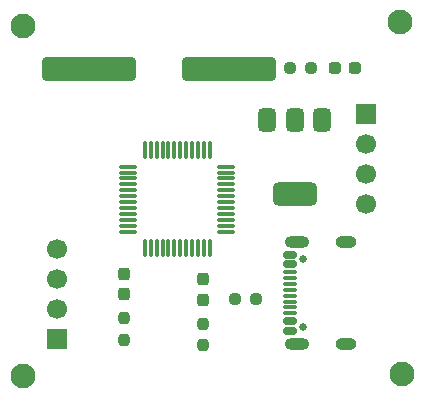
<source format=gbr>
%TF.GenerationSoftware,KiCad,Pcbnew,9.0.7*%
%TF.CreationDate,2026-02-19T00:10:07+05:30*%
%TF.ProjectId,breakout_board,62726561-6b6f-4757-945f-626f6172642e,rev?*%
%TF.SameCoordinates,Original*%
%TF.FileFunction,Soldermask,Bot*%
%TF.FilePolarity,Negative*%
%FSLAX46Y46*%
G04 Gerber Fmt 4.6, Leading zero omitted, Abs format (unit mm)*
G04 Created by KiCad (PCBNEW 9.0.7) date 2026-02-19 00:10:07*
%MOMM*%
%LPD*%
G01*
G04 APERTURE LIST*
G04 Aperture macros list*
%AMRoundRect*
0 Rectangle with rounded corners*
0 $1 Rounding radius*
0 $2 $3 $4 $5 $6 $7 $8 $9 X,Y pos of 4 corners*
0 Add a 4 corners polygon primitive as box body*
4,1,4,$2,$3,$4,$5,$6,$7,$8,$9,$2,$3,0*
0 Add four circle primitives for the rounded corners*
1,1,$1+$1,$2,$3*
1,1,$1+$1,$4,$5*
1,1,$1+$1,$6,$7*
1,1,$1+$1,$8,$9*
0 Add four rect primitives between the rounded corners*
20,1,$1+$1,$2,$3,$4,$5,0*
20,1,$1+$1,$4,$5,$6,$7,0*
20,1,$1+$1,$6,$7,$8,$9,0*
20,1,$1+$1,$8,$9,$2,$3,0*%
G04 Aperture macros list end*
%ADD10C,2.100000*%
%ADD11RoundRect,0.237500X0.287500X0.237500X-0.287500X0.237500X-0.287500X-0.237500X0.287500X-0.237500X0*%
%ADD12RoundRect,0.237500X0.237500X-0.287500X0.237500X0.287500X-0.237500X0.287500X-0.237500X-0.287500X0*%
%ADD13RoundRect,0.375000X-0.375000X0.625000X-0.375000X-0.625000X0.375000X-0.625000X0.375000X0.625000X0*%
%ADD14RoundRect,0.500000X-1.400000X0.500000X-1.400000X-0.500000X1.400000X-0.500000X1.400000X0.500000X0*%
%ADD15RoundRect,0.237500X-0.237500X0.250000X-0.237500X-0.250000X0.237500X-0.250000X0.237500X0.250000X0*%
%ADD16R,1.700000X1.700000*%
%ADD17C,1.700000*%
%ADD18RoundRect,0.250000X-3.687500X-0.750000X3.687500X-0.750000X3.687500X0.750000X-3.687500X0.750000X0*%
%ADD19RoundRect,0.237500X0.237500X-0.250000X0.237500X0.250000X-0.237500X0.250000X-0.237500X-0.250000X0*%
%ADD20RoundRect,0.075000X-0.662500X-0.075000X0.662500X-0.075000X0.662500X0.075000X-0.662500X0.075000X0*%
%ADD21RoundRect,0.075000X-0.075000X-0.662500X0.075000X-0.662500X0.075000X0.662500X-0.075000X0.662500X0*%
%ADD22RoundRect,0.237500X-0.237500X0.287500X-0.237500X-0.287500X0.237500X-0.287500X0.237500X0.287500X0*%
%ADD23RoundRect,0.237500X0.250000X0.237500X-0.250000X0.237500X-0.250000X-0.237500X0.250000X-0.237500X0*%
%ADD24C,0.650000*%
%ADD25RoundRect,0.150000X-0.425000X0.150000X-0.425000X-0.150000X0.425000X-0.150000X0.425000X0.150000X0*%
%ADD26RoundRect,0.075000X-0.500000X0.075000X-0.500000X-0.075000X0.500000X-0.075000X0.500000X0.075000X0*%
%ADD27O,1.800000X1.000000*%
%ADD28O,2.100000X1.000000*%
G04 APERTURE END LIST*
D10*
%TO.C,H3*%
X118414800Y-94208600D03*
%TD*%
%TO.C,H4*%
X118440200Y-64566800D03*
%TD*%
%TO.C,H2*%
X150520400Y-94056200D03*
%TD*%
%TO.C,H1*%
X150368000Y-64236600D03*
%TD*%
D11*
%TO.C,D3*%
X146602500Y-68087400D03*
X144852500Y-68087400D03*
%TD*%
D12*
%TO.C,D1*%
X127025400Y-87283900D03*
X127025400Y-85533900D03*
%TD*%
D13*
%TO.C,U2*%
X139152600Y-72516600D03*
X141452600Y-72516600D03*
D14*
X141452600Y-78816600D03*
D13*
X143752600Y-72516600D03*
%TD*%
D15*
%TO.C,R7*%
X133654800Y-89758850D03*
X133654800Y-91583850D03*
%TD*%
D16*
%TO.C,J1*%
X121335800Y-91059000D03*
D17*
X121335800Y-88519000D03*
X121335800Y-85979000D03*
X121335800Y-83439000D03*
%TD*%
D16*
%TO.C,J2*%
X147523200Y-71983600D03*
D17*
X147523200Y-74523600D03*
X147523200Y-77063600D03*
X147523200Y-79603600D03*
%TD*%
D18*
%TO.C,Y2*%
X124053600Y-68199000D03*
X135928600Y-68199000D03*
%TD*%
D19*
%TO.C,R6*%
X127025400Y-91131400D03*
X127025400Y-89306400D03*
%TD*%
D20*
%TO.C,U1*%
X127358700Y-81972600D03*
X127358700Y-81472600D03*
X127358700Y-80972600D03*
X127358700Y-80472600D03*
X127358700Y-79972600D03*
X127358700Y-79472600D03*
X127358700Y-78972600D03*
X127358700Y-78472600D03*
X127358700Y-77972600D03*
X127358700Y-77472600D03*
X127358700Y-76972600D03*
X127358700Y-76472600D03*
D21*
X128771200Y-75060100D03*
X129271200Y-75060100D03*
X129771200Y-75060100D03*
X130271200Y-75060100D03*
X130771200Y-75060100D03*
X131271200Y-75060100D03*
X131771200Y-75060100D03*
X132271200Y-75060100D03*
X132771200Y-75060100D03*
X133271200Y-75060100D03*
X133771200Y-75060100D03*
X134271200Y-75060100D03*
D20*
X135683700Y-76472600D03*
X135683700Y-76972600D03*
X135683700Y-77472600D03*
X135683700Y-77972600D03*
X135683700Y-78472600D03*
X135683700Y-78972600D03*
X135683700Y-79472600D03*
X135683700Y-79972600D03*
X135683700Y-80472600D03*
X135683700Y-80972600D03*
X135683700Y-81472600D03*
X135683700Y-81972600D03*
D21*
X134271200Y-83385100D03*
X133771200Y-83385100D03*
X133271200Y-83385100D03*
X132771200Y-83385100D03*
X132271200Y-83385100D03*
X131771200Y-83385100D03*
X131271200Y-83385100D03*
X130771200Y-83385100D03*
X130271200Y-83385100D03*
X129771200Y-83385100D03*
X129271200Y-83385100D03*
X128771200Y-83385100D03*
%TD*%
D22*
%TO.C,D2*%
X133654800Y-85986350D03*
X133654800Y-87736350D03*
%TD*%
D23*
%TO.C,R8*%
X142875000Y-68097400D03*
X141050000Y-68097400D03*
%TD*%
%TO.C,R5*%
X138199500Y-87655400D03*
X136374500Y-87655400D03*
%TD*%
D24*
%TO.C,J3*%
X142124200Y-84257400D03*
X142124200Y-90037400D03*
D25*
X141049200Y-83947400D03*
X141049200Y-84747400D03*
D26*
X141049200Y-85897400D03*
X141049200Y-86897400D03*
X141049200Y-87397400D03*
X141049200Y-88397400D03*
D25*
X141049200Y-89547400D03*
X141049200Y-90347400D03*
X141049200Y-90347400D03*
X141049200Y-89547400D03*
D26*
X141049200Y-88897400D03*
X141049200Y-87897400D03*
X141049200Y-86397400D03*
X141049200Y-85397400D03*
D25*
X141049200Y-84747400D03*
X141049200Y-83947400D03*
D27*
X145804200Y-82827400D03*
D28*
X141624200Y-82827400D03*
D27*
X145804200Y-91467400D03*
D28*
X141624200Y-91467400D03*
%TD*%
M02*

</source>
